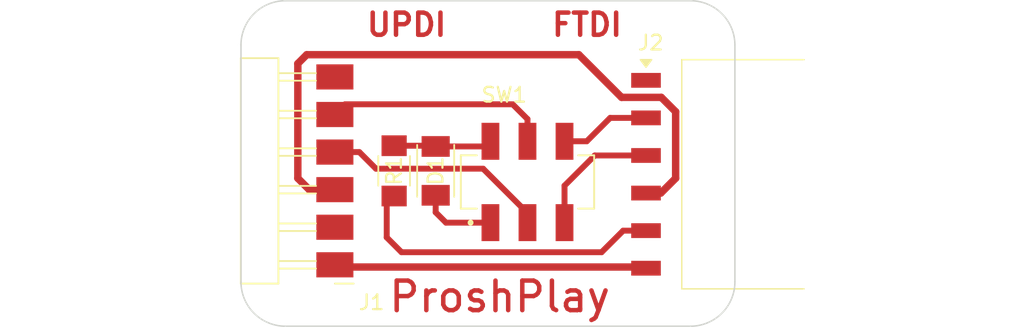
<source format=kicad_pcb>
(kicad_pcb (version 20241229) (generator "pcbnew") (generator_version "9.0")
  (layers (0 "F.Cu" signal) (2 "B.Cu" signal) (13 "F.Paste" user) (15 "B.Paste" user) (5 "F.SilkS" user "F.Silkscreen") (7 "B.SilkS" user "B.Silkscreen") (1 "F.Mask" user) (3 "B.Mask" user) (25 "Edge.Cuts" user))
  (net 0 "")
  (net 1 "Net-(D1-A)")
  (net 2 "Net-(D1-K)")
  (net 3 "GND")
  (net 5 "RX")
  (net 6 "VCC")
  (net 8 "TX")
  (net 10 "UPDI")
  (net 11 "T-TX")
  (net 12 "T-RX")
  (footprint "fab:PinSocket_1x06_P2.54mm_Horizontal_SMD" (layer "F.Cu") (at 127.5 43.88)
    (property "Reference" "J2" (at -0.635 -2.54 180) (layer "F.SilkS") (effects (justify left)))
    (property "Value" "Conn_PinSocket_FTDI_1x06_P2.54mm_Horizontal_SMD")
    (fp_line (start 2.413 -1.397) (end 2.413 14.097) (stroke (width 0.1)) (layer "F.SilkS"))
    (fp_line (start 2.413 14.097) (end 10.668 14.097) (stroke (width 0.1)) (layer "F.SilkS"))
    (fp_line (start 10.668 -1.397) (end 2.413 -1.397) (stroke (width 0.1)) (layer "F.SilkS"))
    (fp_poly (pts (xy 0 -0.889) (xy -0.381 -1.397) (xy 0.381 -1.397)) (stroke (width 0.1)) (fill yes) (layer "F.SilkS"))
    (pad "1" smd rect (at 0 0) (size 2 1) (layers "F.Cu" "F.Mask" "F.Paste"))
    (pad "2" smd rect (at 0 2.54) (size 2 1) (layers "F.Cu" "F.Mask" "F.Paste") (net 12 "T-RX"))
    (pad "3" smd rect (at 0 5.08) (size 2 1) (layers "F.Cu" "F.Mask" "F.Paste") (net 11 "T-TX"))
    (pad "4" smd rect (at 0 7.62) (size 2 1) (layers "F.Cu" "F.Mask" "F.Paste") (net 6 "VCC"))
    (pad "5" smd rect (at 0 10.16) (size 2 1) (layers "F.Cu" "F.Mask" "F.Paste") (net 10 "UPDI"))
    (pad "6" smd rect (at 0 12.7) (size 2 1) (layers "F.Cu" "F.Mask" "F.Paste") (net 3 "GND"))
  )
  (footprint "fab:PinHeader_1x06_P2.54mm_Horizontal_SMD" (layer "F.Cu") (at 106.5 56.35 180)
    (property "Reference" "J1" (at -1.524 -2.54 0) (layer "F.SilkS") (effects (justify left)))
    (property "Value" "Conn_PinHeader_FTDI_1x06_P2.54mm_Horizontal_SMD")
    (fp_line (start 6.35 13.97) (end 3.81 13.97) (stroke (width 0.12)) (layer "F.SilkS"))
    (fp_line (start 6.35 -1.27) (end 6.35 13.97) (stroke (width 0.12)) (layer "F.SilkS"))
    (fp_line (start 3.81 13.97) (end 3.81 -1.27) (stroke (width 0.12)) (layer "F.SilkS"))
    (fp_line (start 3.81 12.954) (end 1.27 12.954) (stroke (width 0.12)) (layer "F.SilkS"))
    (fp_line (start 3.81 12.446) (end 1.27 12.446) (stroke (width 0.12)) (layer "F.SilkS"))
    (fp_line (start 3.81 10.414) (end 1.27 10.414) (stroke (width 0.12)) (layer "F.SilkS"))
    (fp_line (start 3.81 9.906) (end 1.27 9.906) (stroke (width 0.12)) (layer "F.SilkS"))
    (fp_line (start 3.81 7.874) (end 1.27 7.874) (stroke (width 0.12)) (layer "F.SilkS"))
    (fp_line (start 3.81 7.366) (end 1.27 7.366) (stroke (width 0.12)) (layer "F.SilkS"))
    (fp_line (start 3.81 5.334) (end 1.27 5.334) (stroke (width 0.12)) (layer "F.SilkS"))
    (fp_line (start 3.81 4.826) (end 1.27 4.826) (stroke (width 0.12)) (layer "F.SilkS"))
    (fp_line (start 3.81 2.794) (end 1.27 2.794) (stroke (width 0.12)) (layer "F.SilkS"))
    (fp_line (start 3.81 2.286) (end 1.27 2.286) (stroke (width 0.12)) (layer "F.SilkS"))
    (fp_line (start 3.81 0.254) (end 1.27 0.254) (stroke (width 0.12)) (layer "F.SilkS"))
    (fp_line (start 3.81 -0.254) (end 1.27 -0.254) (stroke (width 0.12)) (layer "F.SilkS"))
    (fp_line (start 3.81 -1.27) (end 6.35 -1.27) (stroke (width 0.12)) (layer "F.SilkS"))
    (fp_line (start -1.27 -1.27) (end 0 -1.27) (stroke (width 0.12)) (layer "F.SilkS"))
    (pad "1" smd rect (at 0 0 180) (size 2.5 1.7) (layers "F.Cu" "F.Mask" "F.Paste") (net 3 "GND"))
    (pad "2" smd rect (at 0 2.54 180) (size 2.5 1.7) (layers "F.Cu" "F.Mask" "F.Paste"))
    (pad "3" smd rect (at 0 5.08 180) (size 2.5 1.7) (layers "F.Cu" "F.Mask" "F.Paste") (net 6 "VCC"))
    (pad "4" smd rect (at 0 7.62 180) (size 2.5 1.7) (layers "F.Cu" "F.Mask" "F.Paste") (net 8 "TX"))
    (pad "5" smd rect (at 0 10.16 180) (size 2.5 1.7) (layers "F.Cu" "F.Mask" "F.Paste") (net 5 "RX"))
    (pad "6" smd rect (at 0 12.7 180) (size 2.5 1.7) (layers "F.Cu" "F.Mask" "F.Paste"))
  )
  (footprint "fab:SW_JS202011SCQN" (layer "F.Cu") (at 119.5 50.75)
    (property "Reference" "SW1" (at -1.575 -5.885 0) (layer "F.SilkS"))
    (property "Value" "SW_Slide_DPDT")
    (fp_line (start -4.5 -1.8) (end -4.5 1.8) (stroke (width 0.127)) (layer "F.SilkS"))
    (fp_line (start -4.5 1.8) (end -3.42 1.8) (stroke (width 0.127)) (layer "F.SilkS"))
    (fp_line (start -3.42 -1.8) (end -4.5 -1.8) (stroke (width 0.127)) (layer "F.SilkS"))
    (fp_line (start 3.42 1.8) (end 4.5 1.8) (stroke (width 0.127)) (layer "F.SilkS"))
    (fp_line (start 4.5 -1.8) (end 3.42 -1.8) (stroke (width 0.127)) (layer "F.SilkS"))
    (fp_line (start 4.5 1.8) (end 4.5 -1.8) (stroke (width 0.127)) (layer "F.SilkS"))
    (fp_circle (center -3.84 2.75) (end -3.74 2.75) (stroke (width 0.2)) (fill no) (layer "F.SilkS"))
    (pad "1" smd rect (at -2.5 2.75) (size 1.2 2.5) (layers "F.Cu" "F.Mask" "F.Paste") (net 2 "Net-(D1-K)"))
    (pad "2" smd rect (at 0 2.75) (size 1.2 2.5) (layers "F.Cu" "F.Mask" "F.Paste") (net 8 "TX"))
    (pad "3" smd rect (at 2.5 2.75) (size 1.2 2.5) (layers "F.Cu" "F.Mask" "F.Paste") (net 11 "T-TX"))
    (pad "4" smd rect (at 2.5 -2.75) (size 1.2 2.5) (layers "F.Cu" "F.Mask" "F.Paste") (net 12 "T-RX"))
    (pad "5" smd rect (at 0 -2.75) (size 1.2 2.5) (layers "F.Cu" "F.Mask" "F.Paste") (net 5 "RX"))
    (pad "6" smd rect (at -2.5 -2.75) (size 1.2 2.5) (layers "F.Cu" "F.Mask" "F.Paste") (net 1 "Net-(D1-A)"))
  )
  (footprint "fab:R_1206" (layer "F.Cu") (at 110.5 50 -90)
    (property "Reference" "R1" (at 0 0 90) (layer "F.SilkS"))
    (property "Value" "499 Ohm")
    (fp_line (start 1 1.07) (end -1 1.07) (stroke (width 0.12)) (layer "F.SilkS"))
    (fp_line (start -1 -1.07) (end 1 -1.07) (stroke (width 0.12)) (layer "F.SilkS"))
    (pad "1" smd rect (at -1.7 0 270) (size 1.4 1.7) (layers "F.Cu" "F.Mask" "F.Paste") (net 1 "Net-(D1-A)"))
    (pad "2" smd rect (at 1.7 0 270) (size 1.4 1.7) (layers "F.Cu" "F.Mask" "F.Paste") (net 10 "UPDI"))
  )
  (footprint "fab:Diode_Schottky_MiniSMA" (layer "F.Cu") (at 113.30378 50 90)
    (property "Reference" "D1" (at 0 0 90) (layer "F.SilkS"))
    (property "Value" "Diode_Schottky_MiniSMA")
    (fp_line (start -1.75 -1.25) (end 1.75 -1.25) (stroke (width 0.12)) (layer "F.SilkS"))
    (fp_line (start -1.75 1.25) (end 1.75 1.25) (stroke (width 0.12)) (layer "F.SilkS"))
    (pad "1" smd rect (at -1.65 0 90) (size 1.4 1.9) (layers "F.Cu" "F.Mask" "F.Paste") (net 2 "Net-(D1-K)"))
    (pad "2" smd rect (at 1.65 0 90) (size 1.4 1.9) (layers "F.Cu" "F.Mask" "F.Paste") (net 1 "Net-(D1-A)"))
  )
  (gr_line (start 103.162904 38.5) (end 130.5 38.5) (stroke (width 0.1)) (layer "Edge.Cuts"))
  (gr_line (start 130.5 60.5) (end 103.162904 60.5) (stroke (width 0.1)) (layer "Edge.Cuts"))
  (gr_line (start 100.162904 57.5) (end 100.162904 41.5) (stroke (width 0.1)) (layer "Edge.Cuts"))
  (gr_arc (start 133.5 57.5) (mid 132.62132 59.62132) (end 130.5 60.5) (stroke (width 0.1)) (layer "Edge.Cuts"))
  (gr_line (start 133.5 41.5) (end 133.5 57.5) (stroke (width 0.1)) (layer "Edge.Cuts"))
  (gr_arc (start 100.162904 41.5) (mid 101.041584 39.378681) (end 103.162904 38.5) (stroke (width 0.1)) (layer "Edge.Cuts"))
  (gr_arc (start 130.5 38.5) (mid 132.62132 39.37868) (end 133.5 41.5) (stroke (width 0.1)) (layer "Edge.Cuts"))
  (gr_arc (start 103.162904 60.5) (mid 101.041581 59.621322) (end 100.162904 57.5) (stroke (width 0.1)) (layer "Edge.Cuts"))
  (gr_text "FTDI" (at 121 41 0) (layer "F.Cu") (effects (font (size 1.5 1.5) (thickness 0.3) (bold yes)) (justify left bottom)))
  (gr_text "ProshPlay" (at 110 59.675298 0) (layer "F.Cu") (effects (font (size 2 2) (thickness 0.3) (bold yes)) (justify left bottom)))
  (gr_text "UPDI" (at 108.5 41 0) (layer "F.Cu") (effects (font (size 1.5 1.5) (thickness 0.3) (bold yes)) (justify left bottom)))
  (segment (start 113.30378 48.35) (end 116.65 48.35) (width 0.4) (layer "F.Cu") (net 1))
  (segment (start 113.25378 48.3) (end 113.30378 48.35) (width 0.4) (layer "F.Cu") (net 1))
  (segment (start 116.65 48.35) (end 117 48) (width 0.4) (layer "F.Cu") (net 1))
  (segment (start 110.5 48.3) (end 113.25378 48.3) (width 0.4) (layer "F.Cu") (net 1))
  (segment (start 113.30378 52.80378) (end 114 53.5) (width 0.4) (layer "F.Cu") (net 2))
  (segment (start 113.30378 51.65) (end 113.30378 52.80378) (width 0.4) (layer "F.Cu") (net 2))
  (segment (start 114 53.5) (end 117 53.5) (width 0.4) (layer "F.Cu") (net 2))
  (segment (start 127.42 56.5) (end 127.5 56.58) (width 0.5) (layer "F.Cu") (net 3))
  (segment (start 106.5 56.35) (end 106.65 56.5) (width 0.5) (layer "F.Cu") (net 3))
  (segment (start 106.65 56.5) (end 127.42 56.5) (width 0.5) (layer "F.Cu") (net 3))
  (segment (start 119.5 48) (end 119.5 46.5) (width 0.4) (layer "F.Cu") (net 5))
  (segment (start 107.19 45.5) (end 106.5 46.19) (width 0.4) (layer "F.Cu") (net 5))
  (segment (start 118.5 45.5) (end 107.19 45.5) (width 0.4) (layer "F.Cu") (net 5))
  (segment (start 119.5 46.5) (end 118.5 45.5) (width 0.4) (layer "F.Cu") (net 5))
  (segment (start 104 42.748) (end 104 50.5) (width 0.5) (layer "F.Cu") (net 6))
  (segment (start 129.5 50.5) (end 129.5 46) (width 0.5) (layer "F.Cu") (net 6))
  (segment (start 104 50.5) (end 104.77 51.27) (width 0.5) (layer "F.Cu") (net 6))
  (segment (start 128.5 51.5) (end 129.5 50.5) (width 0.5) (layer "F.Cu") (net 6))
  (segment (start 122.967 42.149) (end 104.599 42.149) (width 0.5) (layer "F.Cu") (net 6))
  (segment (start 104.599 42.149) (end 104 42.748) (width 0.5) (layer "F.Cu") (net 6))
  (segment (start 104.77 51.27) (end 106.5 51.27) (width 0.5) (layer "F.Cu") (net 6))
  (segment (start 125.849 45.031) (end 122.967 42.149) (width 0.5) (layer "F.Cu") (net 6))
  (segment (start 129.5 46) (end 128.531 45.031) (width 0.5) (layer "F.Cu") (net 6))
  (segment (start 128.531 45.031) (end 125.849 45.031) (width 0.5) (layer "F.Cu") (net 6))
  (segment (start 127.5 51.5) (end 128.5 51.5) (width 0.5) (layer "F.Cu") (net 6))
  (segment (start 109.271 49.851) (end 108.15 48.73) (width 0.4) (layer "F.Cu") (net 8))
  (segment (start 119.5 52.85) (end 116.501 49.851) (width 0.4) (layer "F.Cu") (net 8))
  (segment (start 108.15 48.73) (end 106.5 48.73) (width 0.4) (layer "F.Cu") (net 8))
  (segment (start 116.501 49.851) (end 109.271 49.851) (width 0.4) (layer "F.Cu") (net 8))
  (segment (start 119.5 53.5) (end 119.5 52.85) (width 0.4) (layer "F.Cu") (net 8))
  (segment (start 125.96 54.04) (end 124.5 55.5) (width 0.4) (layer "F.Cu") (net 10))
  (segment (start 124.5 55.5) (end 111 55.5) (width 0.4) (layer "F.Cu") (net 10))
  (segment (start 110 54.5) (end 110 52.2) (width 0.4) (layer "F.Cu") (net 10))
  (segment (start 127.5 54.04) (end 125.96 54.04) (width 0.4) (layer "F.Cu") (net 10))
  (segment (start 110 52.2) (end 110.5 51.7) (width 0.4) (layer "F.Cu") (net 10))
  (segment (start 111 55.5) (end 110 54.5) (width 0.4) (layer "F.Cu") (net 10))
  (segment (start 124.04 48.96) (end 127.5 48.96) (width 0.4) (layer "F.Cu") (net 11))
  (segment (start 122 53.5) (end 122 51) (width 0.4) (layer "F.Cu") (net 11))
  (segment (start 122 51) (end 124.04 48.96) (width 0.4) (layer "F.Cu") (net 11))
  (segment (start 125.08 46.42) (end 127.5 46.42) (width 0.4) (layer "F.Cu") (net 12))
  (segment (start 122 48) (end 123.5 48) (width 0.4) (layer "F.Cu") (net 12))
  (segment (start 123.5 48) (end 125.08 46.42) (width 0.4) (layer "F.Cu") (net 12))
)
</source>
